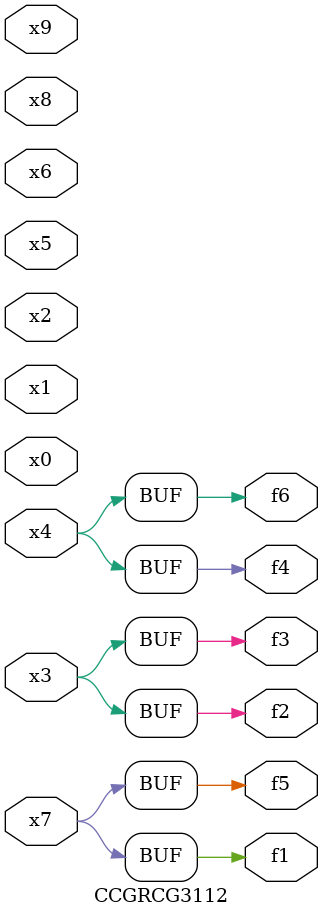
<source format=v>
module CCGRCG3112(
	input x0, x1, x2, x3, x4, x5, x6, x7, x8, x9,
	output f1, f2, f3, f4, f5, f6
);
	assign f1 = x7;
	assign f2 = x3;
	assign f3 = x3;
	assign f4 = x4;
	assign f5 = x7;
	assign f6 = x4;
endmodule

</source>
